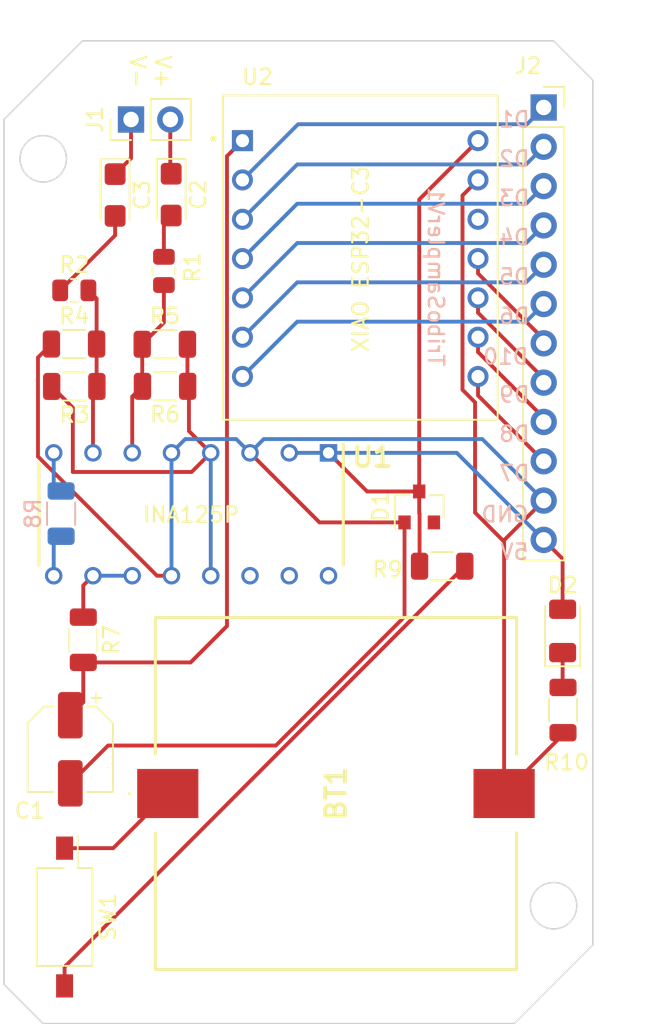
<source format=kicad_pcb>
(kicad_pcb (version 20211014) (generator pcbnew)
  (layers (0 "F.Cu" signal) (31 "B.Cu" signal) (34 "B.Paste" user) (35 "F.Paste" user) (36 "B.SilkS" user "B.Silkscreen") (37 "F.SilkS" user "F.Silkscreen") (38 "B.Mask" user) (39 "F.Mask" user) (44 "Edge.Cuts" user))
  (net 0 "")
  (net 1 "Vout")
  (net 2 "GND")
  (net 3 "D1")
  (net 4 "D2")
  (net 5 "D3")
  (net 6 "D4")
  (net 7 "D5")
  (net 8 "D6")
  (net 9 "D7")
  (net 10 "D8")
  (net 11 "D9")
  (net 12 "D10")
  (net 13 "Net-(R1-Pad2)")
  (net 14 "Net-(R2-Pad2)")
  (net 15 "Net-(R3-Pad2)")
  (net 16 "+5V")
  (net 21 "Net-(R7-Pad1)")
  (net 22 "Net-(J1-Pad1)")
  (net 23 "Net-(J1-Pad2)")
  (net 24 "Net-(R8-Pad1)")
  (net 25 "Net-(BT1-Pad1)")
  (net 26 "Net-(R8-Pad2)")
  (net 27 "Net-(R9-Pad1)")
  (net 28 "Net-(D2-Pad1)")
  (net 29 "Net-(R1-Pad1)")
  (net 30 "Net-(R2-Pad1)")
  (footprint "Capacitor_SMD:CP_Elec_5x5.4" (layer "F.Cu") (at 171.931105 104.19343 -90)
    (fp_text reference "C1" (at 3.965291 2.621621) (layer "F.SilkS"))
    (fp_text value "47u")
    (fp_line (start -1.695563 -2.76) (end 2.76 -2.76) (layer "F.SilkS") (width 0.12))
    (fp_line (start -3.625 -1.685) (end -3 -1.685) (layer "F.SilkS") (width 0.12))
    (fp_line (start -3.3125 -1.9975) (end -3.3125 -1.3725) (layer "F.SilkS") (width 0.12))
    (fp_line (start 2.76 2.76) (end 2.76 1.06) (layer "F.SilkS") (width 0.12))
    (fp_line (start -1.695563 2.76) (end 2.76 2.76) (layer "F.SilkS") (width 0.12))
    (fp_line (start 2.76 -2.76) (end 2.76 -1.06) (layer "F.SilkS") (width 0.12))
    (fp_line (start -2.76 -1.695563) (end -2.76 -1.06) (layer "F.SilkS") (width 0.12))
    (fp_line (start -2.76 -1.695563) (end -1.695563 -2.76) (layer "F.SilkS") (width 0.12))
    (fp_line (start -2.76 1.695563) (end -1.695563 2.76) (layer "F.SilkS") (width 0.12))
    (fp_line (start -2.76 1.695563) (end -2.76 1.06) (layer "F.SilkS") (width 0.12))
    (pad "1" smd roundrect (at -2.2 0 270) (size 3 1.6) (layers "F.Cu" "F.Paste" "F.Mask") (roundrect_rratio 0.15625) (net 1 "Vout"))
    (pad "2" smd roundrect (at 2.2 0 270) (size 3 1.6) (layers "F.Cu" "F.Paste" "F.Mask") (roundrect_rratio 0.15625) (net 2 "GND"))
  )
  (footprint "Resistor_SMD:R_1206_3216Metric" (layer "F.Cu") (at 203.809778 101.660695 90)
    (fp_text reference "R10" (at -3.37582 0.226734 180) (layer "F.SilkS"))
    (fp_text value "1.2k")
    (fp_line (start -0.727064 0.91) (end 0.727064 0.91) (layer "F.SilkS") (width 0.12))
    (fp_line (start -0.727064 -0.91) (end 0.727064 -0.91) (layer "F.SilkS") (width 0.12))
    (pad "1" smd roundrect (at -1.4625 0 90) (size 1.125 1.75) (layers "F.Cu" "F.Paste" "F.Mask") (roundrect_rratio 0.2222222222) (net 2 "GND"))
    (pad "2" smd roundrect (at 1.4625 0 90) (size 1.125 1.75) (layers "F.Cu" "F.Paste" "F.Mask") (roundrect_rratio 0.2222222222) (net 28 "Net-(D2-Pad1)"))
  )
  (footprint "Resistor_SMD:R_1206_3216Metric" (layer "F.Cu") (at 172.188836 80.749561 180)
    (fp_text reference "R3" (at -0.023508 -1.835588) (layer "F.SilkS"))
    (fp_text value "10M")
    (fp_line (start -0.727064 0.91) (end 0.727064 0.91) (layer "F.SilkS") (width 0.12))
    (fp_line (start -0.727064 -0.91) (end 0.727064 -0.91) (layer "F.SilkS") (width 0.12))
    (pad "1" smd roundrect (at -1.4625 0 180) (size 1.125 1.75) (layers "F.Cu" "F.Paste" "F.Mask") (roundrect_rratio 0.2222222222) (net 14 "Net-(R2-Pad2)"))
    (pad "2" smd roundrect (at 1.4625 0 180) (size 1.125 1.75) (layers "F.Cu" "F.Paste" "F.Mask") (roundrect_rratio 0.2222222222) (net 15 "Net-(R3-Pad2)"))
  )
  (footprint "Resistor_SMD:R_1206_3216Metric" (layer "F.Cu") (at 172.771695 97.118124 -90)
    (fp_text reference "R7" (at 0 -1.82 90) (layer "F.SilkS"))
    (fp_text value "1.2k")
    (fp_line (start -0.727064 0.91) (end 0.727064 0.91) (layer "F.SilkS") (width 0.12))
    (fp_line (start -0.727064 -0.91) (end 0.727064 -0.91) (layer "F.SilkS") (width 0.12))
    (pad "1" smd roundrect (at -1.4625 0 270) (size 1.125 1.75) (layers "F.Cu" "F.Paste" "F.Mask") (roundrect_rratio 0.2222222222) (net 21 "Net-(R7-Pad1)"))
    (pad "2" smd roundrect (at 1.4625 0 270) (size 1.125 1.75) (layers "F.Cu" "F.Paste" "F.Mask") (roundrect_rratio 0.2222222222) (net 1 "Vout"))
  )
  (footprint "Capacitor_Tantalum_SMD:CP_EIA-3216-10_Kemet-I" (layer "F.Cu") (at 174.830825 68.381045 -90)
    (fp_text reference "C3" (at 0 -1.75 90) (layer "F.SilkS"))
    (fp_text value "47p")
    (fp_line (start -2.31 0.935) (end 1.6 0.935) (layer "F.SilkS") (width 0.12))
    (fp_line (start -2.31 -0.935) (end -2.31 0.935) (layer "F.SilkS") (width 0.12))
    (fp_line (start 1.6 -0.935) (end -2.31 -0.935) (layer "F.SilkS") (width 0.12))
    (pad "1" smd roundrect (at -1.35 0 270) (size 1.4 1.35) (layers "F.Cu" "F.Paste" "F.Mask") (roundrect_rratio 0.1851851852) (net 22 "Net-(J1-Pad1)"))
    (pad "2" smd roundrect (at 1.35 0 270) (size 1.4 1.35) (layers "F.Cu" "F.Paste" "F.Mask") (roundrect_rratio 0.1851851852) (net 30 "Net-(R2-Pad1)"))
  )
  (footprint "Resistor_SMD:R_1206_3216Metric" (layer "F.Cu") (at 178.047985 78.022019)
    (fp_text reference "R5" (at 0 -1.82) (layer "F.SilkS"))
    (fp_text value "10M")
    (fp_line (start -0.727064 -0.91) (end 0.727064 -0.91) (layer "F.SilkS") (width 0.12))
    (fp_line (start -0.727064 0.91) (end 0.727064 0.91) (layer "F.SilkS") (width 0.12))
    (pad "1" smd roundrect (at -1.4625 0) (size 1.125 1.75) (layers "F.Cu" "F.Paste" "F.Mask") (roundrect_rratio 0.2222222222) (net 13 "Net-(R1-Pad2)"))
    (pad "2" smd roundrect (at 1.4625 0) (size 1.125 1.75) (layers "F.Cu" "F.Paste" "F.Mask") (roundrect_rratio 0.2222222222) (net 15 "Net-(R3-Pad2)"))
  )
  (footprint "Resistor_SMD:R_0805_2012Metric" (layer "F.Cu") (at 177.987233 73.285111 -90)
    (fp_text reference "R1" (at -0.235503 -1.833355 90) (layer "F.SilkS"))
    (fp_text value "500M")
    (fp_line (start -0.227064 -0.735) (end 0.227064 -0.735) (layer "F.SilkS") (width 0.12))
    (fp_line (start -0.227064 0.735) (end 0.227064 0.735) (layer "F.SilkS") (width 0.12))
    (pad "1" smd roundrect (at -0.9125 0 270) (size 1.025 1.4) (layers "F.Cu" "F.Paste" "F.Mask") (roundrect_rratio 0.243902439) (net 29 "Net-(R1-Pad1)"))
    (pad "2" smd roundrect (at 0.9125 0 270) (size 1.025 1.4) (layers "F.Cu" "F.Paste" "F.Mask") (roundrect_rratio 0.243902439) (net 13 "Net-(R1-Pad2)"))
  )
  (footprint "LED_SMD:LED_1206_3216Metric" (layer "F.Cu") (at 203.784586 96.54658 90)
    (fp_text reference "D2" (at 2.961795 0.001154 180) (layer "F.SilkS"))
    (fp_text value "LED")
    (fp_line (start -2.285 -1.135) (end -2.285 1.135) (layer "F.SilkS") (width 0.12))
    (fp_line (start -2.285 1.135) (end 1.6 1.135) (layer "F.SilkS") (width 0.12))
    (fp_line (start 1.6 -1.135) (end -2.285 -1.135) (layer "F.SilkS") (width 0.12))
    (pad "1" smd roundrect (at -1.4 0 90) (size 1.25 1.75) (layers "F.Cu" "F.Paste" "F.Mask") (roundrect_rratio 0.2) (net 28 "Net-(D2-Pad1)"))
    (pad "2" smd roundrect (at 1.4 0 90) (size 1.25 1.75) (layers "F.Cu" "F.Paste" "F.Mask") (roundrect_rratio 0.2) (net 16 "+5V"))
  )
  (footprint "Resistor_SMD:R_1206_3216Metric" (layer "F.Cu") (at 195.991836 92.364583 180)
    (fp_text reference "R9" (at 3.553287 -0.203269) (layer "F.SilkS"))
    (fp_text value "100")
    (fp_line (start -0.727064 -0.91) (end 0.727064 -0.91) (layer "F.SilkS") (width 0.12))
    (fp_line (start -0.727064 0.91) (end 0.727064 0.91) (layer "F.SilkS") (width 0.12))
    (pad "1" smd roundrect (at -1.4625 0 180) (size 1.125 1.75) (layers "F.Cu" "F.Paste" "F.Mask") (roundrect_rratio 0.2222222222) (net 27 "Net-(R9-Pad1)"))
    (pad "2" smd roundrect (at 1.4625 0 180) (size 1.125 1.75) (layers "F.Cu" "F.Paste" "F.Mask") (roundrect_rratio 0.2222222222) (net 16 "+5V"))
  )
  (footprint "INA125P:DIP794W53P254L1930H508Q16N" (layer "F.Cu") (at 179.748522 89.009609 -90)
    (fp_text reference "U1" (at -3.690541 -11.718196 180) (layer "F.SilkS") (effects (font (size 1.27 1.27) (thickness 0.254))))
    (fp_text value "INA125P" hide)
    (fp_line (start -3.3 9.845) (end 3.3 9.845) (layer "F.SilkS") (width 0.2))
    (fp_line (start -4.535 -9.845) (end 3.3 -9.845) (layer "F.SilkS") (width 0.2))
    (pad "1" thru_hole rect locked (at -3.97 -8.89 270) (size 1.13 1.13) (drill 0.73) (layers *.Cu *.Mask) (net 16 "+5V"))
    (pad "2" thru_hole circle locked (at -3.97 -6.35 270) (size 1.13 1.13) (drill 0.73) (layers *.Cu *.Mask) (net 16 "+5V"))
    (pad "3" thru_hole circle locked (at -3.97 -3.81 270) (size 1.13 1.13) (drill 0.73) (layers *.Cu *.Mask) (net 2 "GND"))
    (pad "4" thru_hole circle locked (at -3.97 -1.27 270) (size 1.13 1.13) (drill 0.73) (layers *.Cu *.Mask) (net 15 "Net-(R3-Pad2)"))
    (pad "5" thru_hole circle locked (at -3.97 1.27 270) (size 1.13 1.13) (drill 0.73) (layers *.Cu *.Mask) (net 2 "GND"))
    (pad "6" thru_hole circle locked (at -3.97 3.81 270) (size 1.13 1.13) (drill 0.73) (layers *.Cu *.Mask) (net 13 "Net-(R1-Pad2)"))
    (pad "7" thru_hole circle locked (at -3.97 6.35 270) (size 1.13 1.13) (drill 0.73) (layers *.Cu *.Mask) (net 14 "Net-(R2-Pad2)"))
    (pad "8" thru_hole circle locked (at -3.97 8.89 270) (size 1.13 1.13) (drill 0.73) (layers *.Cu *.Mask) (net 24 "Net-(R8-Pad1)"))
    (pad "9" thru_hole circle locked (at 3.97 8.89 270) (size 1.13 1.13) (drill 0.73) (layers *.Cu *.Mask) (net 26 "Net-(R8-Pad2)"))
    (pad "10" thru_hole circle locked (at 3.97 6.35 270) (size 1.13 1.13) (drill 0.73) (layers *.Cu *.Mask) (net 21 "Net-(R7-Pad1)"))
    (pad "11" thru_hole circle locked (at 3.97 3.81 270) (size 1.13 1.13) (drill 0.73) (layers *.Cu *.Mask) (net 21 "Net-(R7-Pad1)"))
    (pad "12" thru_hole circle locked (at 3.97 1.27 270) (size 1.13 1.13) (drill 0.73) (layers *.Cu *.Mask) (net 2 "GND"))
    (pad "13" thru_hole circle locked (at 3.97 -1.27 270) (size 1.13 1.13) (drill 0.73) (layers *.Cu *.Mask) (net 15 "Net-(R3-Pad2)"))
    (pad "14" thru_hole circle locked (at 3.97 -3.81 270) (size 1.13 1.13) (drill 0.73) (layers *.Cu *.Mask))
    (pad "15" thru_hole circle locked (at 3.97 -6.35 270) (size 1.13 1.13) (drill 0.73) (layers *.Cu *.Mask))
    (pad "16" thru_hole circle locked (at 3.97 -8.89 270) (size 1.13 1.13) (drill 0.73) (layers *.Cu *.Mask))
  )
  (footprint "Diode_SMD:D_SOT-23_ANK" (layer "F.Cu") (at 194.505718 88.534959 90)
    (fp_text reference "D1" (at 0 -2.5 90) (layer "F.SilkS"))
    (fp_text value "D5v1")
    (fp_line (start 0.76 -1.58) (end -1.4 -1.58) (layer "F.SilkS") (width 0.12))
    (fp_line (start 0.76 1.58) (end -0.7 1.58) (layer "F.SilkS") (width 0.12))
    (fp_line (start 0.76 1.58) (end 0.76 0.65) (layer "F.SilkS") (width 0.12))
    (fp_line (start 0.76 -1.58) (end 0.76 -0.65) (layer "F.SilkS") (width 0.12))
    (pad "" smd rect (at -1 0.95 90) (size 0.9 0.8) (layers "F.Cu" "F.Paste" "F.Mask"))
    (pad "1" smd rect (at 1 0 90) (size 0.9 0.8) (layers "F.Cu" "F.Paste" "F.Mask") (net 16 "+5V"))
    (pad "2" smd rect (at -1 -0.95 90) (size 0.9 0.8) (layers "F.Cu" "F.Paste" "F.Mask") (net 2 "GND"))
  )
  (footprint "Capacitor_Tantalum_SMD:CP_EIA-3216-10_Kemet-I" (layer "F.Cu") (at 178.457974 68.355836 -90)
    (fp_text reference "C2" (at 0 -1.75 90) (layer "F.SilkS"))
    (fp_text value "47p")
    (fp_line (start 1.6 -0.935) (end -2.31 -0.935) (layer "F.SilkS") (width 0.12))
    (fp_line (start -2.31 -0.935) (end -2.31 0.935) (layer "F.SilkS") (width 0.12))
    (fp_line (start -2.31 0.935) (end 1.6 0.935) (layer "F.SilkS") (width 0.12))
    (pad "1" smd roundrect (at -1.35 0 270) (size 1.4 1.35) (layers "F.Cu" "F.Paste" "F.Mask") (roundrect_rratio 0.1851851852) (net 23 "Net-(J1-Pad2)"))
    (pad "2" smd roundrect (at 1.35 0 270) (size 1.4 1.35) (layers "F.Cu" "F.Paste" "F.Mask") (roundrect_rratio 0.1851851852) (net 29 "Net-(R1-Pad1)"))
  )
  (footprint "Resistor_SMD:R_0805_2012Metric" (layer "F.Cu") (at 172.189901 74.541554)
    (fp_text reference "R2" (at 0 -1.65) (layer "F.SilkS"))
    (fp_text value "500M")
    (fp_line (start -0.227064 0.735) (end 0.227064 0.735) (layer "F.SilkS") (width 0.12))
    (fp_line (start -0.227064 -0.735) (end 0.227064 -0.735) (layer "F.SilkS") (width 0.12))
    (pad "1" smd roundrect (at -0.9125 0) (size 1.025 1.4) (layers "F.Cu" "F.Paste" "F.Mask") (roundrect_rratio 0.243902439) (net 30 "Net-(R2-Pad1)"))
    (pad "2" smd roundrect (at 0.9125 0) (size 1.025 1.4) (layers "F.Cu" "F.Paste" "F.Mask") (roundrect_rratio 0.243902439) (net 14 "Net-(R2-Pad2)"))
  )
  (footprint "Connector_PinSocket_2.54mm:PinSocket_1x12_P2.54mm_Vertical" (layer "F.Cu") (at 202.560755 62.723445)
    (fp_text reference "J2" (at -1.00744 -2.694754) (layer "F.SilkS"))
    (fp_text value "Conn_01x12_Female")
    (fp_line (start 0 -1.33) (end 1.33 -1.33) (layer "F.SilkS") (width 0.12))
    (fp_line (start 1.33 1.27) (end 1.33 29.27) (layer "F.SilkS") (width 0.12))
    (fp_line (start -1.33 1.27) (end -1.33 29.27) (layer "F.SilkS") (width 0.12))
    (fp_line (start -1.33 29.27) (end 1.33 29.27) (layer "F.SilkS") (width 0.12))
    (fp_line (start -1.33 1.27) (end 1.33 1.27) (layer "F.SilkS") (width 0.12))
    (fp_line (start 1.33 -1.33) (end 1.33 0) (layer "F.SilkS") (width 0.12))
    (pad "1" thru_hole rect (at 0 0) (size 1.7 1.7) (drill 1) (layers *.Cu *.Mask) (net 3 "D1"))
    (pad "2" thru_hole oval (at 0 2.54) (size 1.7 1.7) (drill 1) (layers *.Cu *.Mask) (net 4 "D2"))
    (pad "3" thru_hole oval (at 0 5.08) (size 1.7 1.7) (drill 1) (layers *.Cu *.Mask) (net 5 "D3"))
    (pad "4" thru_hole oval (at 0 7.62) (size 1.7 1.7) (drill 1) (layers *.Cu *.Mask) (net 6 "D4"))
    (pad "5" thru_hole oval (at 0 10.16) (size 1.7 1.7) (drill 1) (layers *.Cu *.Mask) (net 7 "D5"))
    (pad "6" thru_hole oval (at 0 12.7) (size 1.7 1.7) (drill 1) (layers *.Cu *.Mask) (net 8 "D6"))
    (pad "7" thru_hole oval (at 0 15.24) (size 1.7 1.7) (drill 1) (layers *.Cu *.Mask) (net 12 "D10"))
    (pad "8" thru_hole oval (at 0 17.78) (size 1.7 1.7) (drill 1) (layers *.Cu *.Mask) (net 11 "D9"))
    (pad "9" thru_hole oval (at 0 20.32) (size 1.7 1.7) (drill 1) (layers *.Cu *.Mask) (net 10 "D8"))
    (pad "10" thru_hole oval (at 0 22.86) (size 1.7 1.7) (drill 1) (layers *.Cu *.Mask) (net 9 "D7"))
    (pad "11" thru_hole oval (at 0 25.4) (size 1.7 1.7) (drill 1) (layers *.Cu *.Mask) (net 2 "GND"))
    (pad "12" thru_hole oval (at 0 27.94) (size 1.7 1.7) (drill 1) (layers *.Cu *.Mask) (net 16 "+5V"))
  )
  (footprint "Resistor_SMD:R_1206_3216Metric" (layer "F.Cu") (at 172.170737 78.010188 180)
    (fp_text reference "R4" (at -0.008492 1.816217) (layer "F.SilkS"))
    (fp_text value "10M")
    (fp_line (start -0.727064 0.91) (end 0.727064 0.91) (layer "F.SilkS") (width 0.12))
    (fp_line (start -0.727064 -0.91) (end 0.727064 -0.91) (layer "F.SilkS") (width 0.12))
    (pad "1" smd roundrect (at -1.4625 0 180) (size 1.125 1.75) (layers "F.Cu" "F.Paste" "F.Mask") (roundrect_rratio 0.2222222222) (net 14 "Net-(R2-Pad2)"))
    (pad "2" smd roundrect (at 1.4625 0 180) (size 1.125 1.75) (layers "F.Cu" "F.Paste" "F.Mask") (roundrect_rratio 0.2222222222) (net 2 "GND"))
  )
  (footprint "Resistor_SMD:R_1206_3216Metric" (layer "F.Cu") (at 178.061792 80.74206)
    (fp_text reference "R6" (at 0 1.820351) (layer "F.SilkS"))
    (fp_text value "10M")
    (fp_line (start -0.727064 0.91) (end 0.727064 0.91) (layer "F.SilkS") (width 0.12))
    (fp_line (start -0.727064 -0.91) (end 0.727064 -0.91) (layer "F.SilkS") (width 0.12))
    (pad "1" smd roundrect (at -1.4625 0) (size 1.125 1.75) (layers "F.Cu" "F.Paste" "F.Mask") (roundrect_rratio 0.2222222222) (net 13 "Net-(R1-Pad2)"))
    (pad "2" smd roundrect (at 1.4625 0) (size 1.125 1.75) (layers "F.Cu" "F.Paste" "F.Mask") (roundrect_rratio 0.2222222222) (net 15 "Net-(R3-Pad2)"))
  )
  (footprint "Connector_PinHeader_2.54mm:PinHeader_1x02_P2.54mm_Vertical" (layer "F.Cu") (at 175.860755 63.5 90)
    (fp_text reference "J1" (at 0 -2.33 90) (layer "F.SilkS"))
    (fp_text value "Conn_01x02_Female")
    (fp_line (start -1.33 3.87) (end 1.33 3.87) (layer "F.SilkS") (width 0.12))
    (fp_line (start -1.33 1.27) (end 1.33 1.27) (layer "F.SilkS") (width 0.12))
    (fp_line (start -1.33 1.27) (end -1.33 3.87) (layer "F.SilkS") (width 0.12))
    (fp_line (start -1.33 -1.33) (end 0 -1.33) (layer "F.SilkS") (width 0.12))
    (fp_line (start 1.33 1.27) (end 1.33 3.87) (layer "F.SilkS") (width 0.12))
    (fp_line (start -1.33 0) (end -1.33 -1.33) (layer "F.SilkS") (width 0.12))
    (pad "1" thru_hole rect (at 0 0 90) (size 1.7 1.7) (drill 1) (layers *.Cu *.Mask) (net 22 "Net-(J1-Pad1)"))
    (pad "2" thru_hole oval (at 0 2.54 90) (size 1.7 1.7) (drill 1) (layers *.Cu *.Mask) (net 23 "Net-(J1-Pad2)"))
  )
  (footprint "ESP32-C3:MODULE_113991054" (layer "F.Cu") (at 190.691062 72.42283)
    (fp_text reference "U2" (at -6.652756 -11.672661) (layer "F.SilkS"))
    (fp_text value "113991054")
    (fp_line (start 8.89 10.4775) (end -8.89 10.4775) (layer "F.SilkS") (width 0.127))
    (fp_line (start -8.89 -10.4775) (end 8.89 -10.4775) (layer "F.SilkS") (width 0.127))
    (fp_line (start 8.89 -10.4775) (end 8.89 10.4775) (layer "F.SilkS") (width 0.127))
    (fp_line (start -8.89 10.4775) (end -8.89 -10.4775) (layer "F.SilkS") (width 0.127))
    (fp_circle (center -9.5 -7.6835) (end -9.4 -7.6835) (layer "F.SilkS") (width 0.2) (fill none))
    (pad "1" thru_hole rect locked (at -7.62 -7.5565) (size 1.358 1.358) (drill 0.85) (layers *.Cu *.Mask) (net 1 "Vout"))
    (pad "2" thru_hole circle locked (at -7.62 -5.0165) (size 1.358 1.358) (drill 0.85) (layers *.Cu *.Mask) (net 3 "D1"))
    (pad "3" thru_hole circle locked (at -7.62 -2.4765) (size 1.358 1.358) (drill 0.85) (layers *.Cu *.Mask) (net 4 "D2"))
    (pad "4" thru_hole circle locked (at -7.62 0.0635) (size 1.358 1.358) (drill 0.85) (layers *.Cu *.Mask) (net 5 "D3"))
    (pad "5" thru_hole circle locked (at -7.62 2.6035) (size 1.358 1.358) (drill 0.85) (layers *.Cu *.Mask) (net 6 "D4"))
    (pad "6" thru_hole circle locked (at -7.62 5.1435) (size 1.358 1.358) (drill 0.85) (layers *.Cu *.Mask) (net 7 "D5"))
    (pad "7" thru_hole circle locked (at -7.62 7.6835) (size 1.358 1.358) (drill 0.85) (layers *.Cu *.Mask) (net 8 "D6"))
    (pad "8" thru_hole circle locked (at 7.62 7.6835) (size 1.358 1.358) (drill 0.85) (layers *.Cu *.Mask) (net 9 "D7"))
    (pad "9" thru_hole circle locked (at 7.62 5.1435) (size 1.358 1.358) (drill 0.85) (layers *.Cu *.Mask) (net 10 "D8"))
    (pad "10" thru_hole circle locked (at 7.62 2.6035) (size 1.358 1.358) (drill 0.85) (layers *.Cu *.Mask) (net 11 "D9"))
    (pad "11" thru_hole circle locked (at 7.62 0.0635) (size 1.358 1.358) (drill 0.85) (layers *.Cu *.Mask) (net 12 "D10"))
    (pad "12" thru_hole circle locked (at 7.62 -2.4765) (size 1.358 1.358) (drill 0.85) (layers *.Cu *.Mask))
    (pad "13" thru_hole circle locked (at 7.62 -5.0165) (size 1.358 1.358) (drill 0.85) (layers *.Cu *.Mask) (net 2 "GND"))
    (pad "14" thru_hole circle locked (at 7.62 -7.5565) (size 1.358 1.358) (drill 0.85) (layers *.Cu *.Mask) (net 16 "+5V"))
  )
  (footprint "Button_Switch_SMD:SW_DIP_SPSTx01_Slide_Omron_A6S-110x_W8.9mm_P2.54mm" (layer "F.Cu") (at 171.561331 115.031511 -90)
    (fp_text reference "SW1" (at 0 -2.8 90) (layer "F.SilkS"))
    (fp_text value "SW_DPST_x2")
    (fp_line (start -3.16 -1.8) (end -3.16 -0.851) (layer "F.SilkS") (width 0.12))
    (fp_line (start 3.16 -1.8) (end 3.16 -0.061) (layer "F.SilkS") (width 0.12))
    (fp_line (start -3.16 -1.8) (end 3.16 -1.8) (layer "F.SilkS") (width 0.12))
    (fp_line (start -3.16 1.8) (end 3.16 1.8) (layer "F.SilkS") (width 0.12))
    (fp_line (start -3.16 0.061) (end -3.16 1.8) (layer "F.SilkS") (width 0.12))
    (fp_line (start -5.2 -0.851) (end -3.16 -0.851) (layer "F.SilkS") (width 0.12))
    (fp_line (start 3.16 0.061) (end 3.16 1.8) (layer "F.SilkS") (width 0.12))
    (pad "1" smd rect (at -4.45 0 270) (size 1.5 1.1) (layers "F.Cu" "F.Paste" "F.Mask") (net 25 "Net-(BT1-Pad1)"))
    (pad "2" smd rect (at 4.45 0 270) (size 1.5 1.1) (layers "F.Cu" "F.Paste" "F.Mask") (net 27 "Net-(R9-Pad1)"))
  )
  (footprint "BatteryHolder-2-2032:1062" (layer "F.Cu") (at 189.11842 107.051931 -90)
    (fp_text reference "BT1" (at 0 0 90) (layer "F.SilkS") (effects (font (size 1.27 1.27) (thickness 0.254))))
    (fp_text value "1062" hide)
    (fp_line (start 11.37 -11.685) (end 2.54 -11.685) (layer "F.SilkS") (width 0.2))
    (fp_line (start 11.37 11.685) (end 11.37 -11.685) (layer "F.SilkS") (width 0.2))
    (fp_line (start -11.37 -11.685) (end -11.37 11.685) (layer "F.SilkS") (width 0.2))
    (fp_line (start 0 13.3) (end 0 13.3) (layer "F.SilkS") (width 0.1))
    (fp_line (start 2.54 11.685) (end 11.37 11.685) (layer "F.SilkS") (width 0.2))
    (fp_line (start 0 13.4) (end 0 13.4) (layer "F.SilkS") (width 0.1))
    (fp_line (start -2.54 -11.685) (end -11.37 -11.685) (layer "F.SilkS") (width 0.2))
    (fp_line (start -11.37 11.685) (end -2.54 11.685) (layer "F.SilkS") (width 0.2))
    (fp_arc (start 0 13.3) (mid 0.05 13.35) (end 0 13.4) (layer "F.SilkS") (width 0.1))
    (fp_arc (start 0 13.4) (mid -0.05 13.35) (end 0 13.3) (layer "F.SilkS") (width 0.1))
    (pad "1" smd rect locked (at 0 10.88 270) (size 3.17 3.96) (layers "F.Cu" "F.Paste" "F.Mask") (net 25 "Net-(BT1-Pad1)"))
    (pad "2" smd rect locked (at 0 -10.88 270) (size 3.17 3.96) (layers "F.Cu" "F.Paste" "F.Mask") (net 2 "GND"))
  )
  (footprint "Resistor_SMD:R_1206_3216Metric" (layer "B.Cu") (at 171.337108 88.967003 -90)
    (fp_text reference "R8" (at 0 1.82 90) (layer "B.SilkS") (effects (justify mirror)))
    (fp_text value "1M")
    (fp_line (start -0.727064 -0.91) (end 0.727064 -0.91) (layer "B.SilkS") (width 0.12))
    (fp_line (start -0.727064 0.91) (end 0.727064 0.91) (layer "B.SilkS") (width 0.12))
    (pad "1" smd roundrect (at -1.4625 0 270) (size 1.125 1.75) (layers "B.Cu" "B.Paste" "B.Mask") (roundrect_rratio 0.2222222222) (net 24 "Net-(R8-Pad1)"))
    (pad "2" smd roundrect (at 1.4625 0 270) (size 1.125 1.75) (layers "B.Cu" "B.Paste" "B.Mask") (roundrect_rratio 0.2222222222) (net 26 "Net-(R8-Pad2)"))
  )
  (gr_circle (center 170.18 66.04) (end 168.681434 66.11136) (layer "Edge.Cuts") (width 0.1) (fill none))
  (gr_line (start 203.2 58.42) (end 205.74 60.96) (layer "Edge.Cuts") (width 0.1))
  (gr_line (start 200.66 121.92) (end 170.18 121.92) (layer "Edge.Cuts") (width 0.1))
  (gr_line (start 205.74 116.84) (end 200.66 121.92) (layer "Edge.Cuts") (width 0.1))
  (gr_line (start 172.72 58.42) (end 203.2 58.42) (layer "Edge.Cuts") (width 0.1))
  (gr_line (start 205.74 60.96) (end 205.74 116.84) (layer "Edge.Cuts") (width 0.1))
  (gr_line (start 170.18 121.92) (end 167.64 119.38) (layer "Edge.Cuts") (width 0.1))
  (gr_circle (center 203.2 114.3) (end 204.7 114.3) (layer "Edge.Cuts") (width 0.1) (fill none))
  (gr_line (start 167.64 119.38) (end 167.64 63.5) (layer "Edge.Cuts") (width 0.1))
  (gr_line (start 167.64 63.5) (end 172.72 58.42) (layer "Edge.Cuts") (width 0.1))
  (gr_text "D6" (at 200.66 76.2) (layer "B.SilkS") (effects (font (size 1 1)) (justify mirror)))
  (gr_text "D7" (at 200.66 86.36) (layer "B.SilkS") (effects (font (size 1 1)) (justify mirror)))
  (gr_text "D2" (at 200.66 66.04) (layer "B.SilkS") (effects (font (size 1 1)) (justify mirror)))
  (gr_text "D1" (at 200.66 63.5) (layer "B.SilkS") (effects (font (size 1 1)) (justify mirror)))
  (gr_text "D8" (at 200.66 83.82) (layer "B.SilkS") (effects (font (size 1 1)) (justify mirror)))
  (gr_text "5V" (at 200.66 91.44) (layer "B.SilkS") (effects (font (size 1 1)) (justify mirror)))
  (gr_text "D10" (at 200.101579 78.822913) (layer "B.SilkS") (effects (font (size 1 1)) (justify mirror)))
  (gr_text "TriboSamplerV1" (at 195.58 73.66 270) (layer "B.SilkS") (effects (font (size 1 1)) (justify mirror)))
  (gr_text "D9" (at 200.66 81.28) (layer "B.SilkS") (effects (font (size 1 1)) (justify mirror)))
  (gr_text "D3" (at 200.66 68.58) (layer "B.SilkS") (effects (font (size 1 1)) (justify mirror)))
  (gr_text "D5" (at 200.66 73.66) (layer "B.SilkS") (effects (font (size 1 1)) (justify mirror)))
  (gr_text "GND" (at 200.05589 89.011671) (layer "B.SilkS") (effects (font (size 1 1)) (justify mirror)))
  (gr_text "D4" (at 200.66 71.12) (layer "B.SilkS") (effects (font (size 1 1)) (justify mirror)))
  (gr_text "XIAO ESP32-C3" (at 190.715045 72.507248 90) (layer "F.SilkS") (effects (font (size 1 1))))
  (gr_text "INA125P" (at 179.751091 89.035008) (layer "F.SilkS") (effects (font (size 1 1))))
  (gr_text "V+\nV-" (at 177.090213 60.416771 270) (layer "F.SilkS") (effects (font (size 1 1))))
  (segment (start 182.067551 65.869841) (end 183.071062 64.86633) (width 0.25) (layer "F.Cu") (net 1))
  (segment (start 172.771695 98.580624) (end 179.71695 98.580624) (width 0.25) (layer "F.Cu") (net 1))
  (segment (start 171.931105 101.99343) (end 172.771695 101.15284) (width 0.25) (layer "F.Cu") (net 1))
  (segment (start 179.71695 98.580624) (end 182.067551 96.230023) (width 0.25) (layer "F.Cu") (net 1))
  (segment (start 182.067551 96.230023) (end 182.067551 65.869841) (width 0.25) (layer "F.Cu") (net 1))
  (segment (start 172.771695 101.15284) (end 172.771695 98.580624) (width 0.25) (layer "F.Cu") (net 1))
  (segment (start 193.555718 89.534959) (end 188.053872 89.534959) (width 0.25) (layer "F.Cu") (net 2))
  (segment (start 188.053872 89.534959) (end 183.558522 85.039609) (width 0.25) (layer "F.Cu") (net 2))
  (segment (start 203.809778 103.123195) (end 203.809778 103.240573) (width 0.25) (layer "F.Cu") (net 2))
  (segment (start 197.307551 80.965959) (end 198.12 81.778408) (width 0.25) (layer "F.Cu") (net 2))
  (segment (start 199.99842 107.051931) (end 199.99842 90.68578) (width 0.25) (layer "F.Cu") (net 2))
  (segment (start 193.555718 95.627483) (end 185.231601 103.9516) (width 0.25) (layer "F.Cu") (net 2))
  (segment (start 170.708237 78.010188) (end 169.839316 78.879109) (width 0.25) (layer "F.Cu") (net 2))
  (segment (start 198.12 81.778408) (end 198.12 88.9) (width 0.25) (layer "F.Cu") (net 2))
  (segment (start 198.12 88.9) (end 199.90578 90.68578) (width 0.25) (layer "F.Cu") (net 2))
  (segment (start 174.372935 103.9516) (end 171.931105 106.39343) (width 0.25) (layer "F.Cu") (net 2))
  (segment (start 185.231601 103.9516) (end 174.372935 103.9516) (width 0.25) (layer "F.Cu") (net 2))
  (segment (start 199.99842 90.68578) (end 202.560755 88.123445) (width 0.25) (layer "F.Cu") (net 2))
  (segment (start 199.90578 90.68578) (end 199.99842 90.68578) (width 0.25) (layer "F.Cu") (net 2))
  (segment (start 203.809778 103.240573) (end 199.99842 107.051931) (width 0.25) (layer "F.Cu") (net 2))
  (segment (start 198.311062 67.40633) (end 197.307551 68.409841) (width 0.25) (layer "F.Cu") (net 2))
  (segment (start 169.839316 85.278363) (end 177.540562 92.979609) (width 0.25) (layer "F.Cu") (net 2))
  (segment (start 177.540562 92.979609) (end 178.478522 92.979609) (width 0.25) (layer "F.Cu") (net 2))
  (segment (start 169.839316 78.879109) (end 169.839316 85.278363) (width 0.25) (layer "F.Cu") (net 2))
  (segment (start 197.307551 68.409841) (end 197.307551 80.965959) (width 0.25) (layer "F.Cu") (net 2))
  (segment (start 193.555718 89.534959) (end 193.555718 95.627483) (width 0.25) (layer "F.Cu") (net 2))
  (segment (start 178.478522 85.039609) (end 178.478522 92.979609) (width 0.25) (layer "B.Cu") (net 2))
  (segment (start 182.669011 84.150098) (end 179.368033 84.150098) (width 0.25) (layer "B.Cu") (net 2))
  (segment (start 183.558522 85.039609) (end 182.669011 84.150098) (width 0.25) (layer "B.Cu") (net 2))
  (segment (start 184.448033 84.150098) (end 198.587408 84.150098) (width 0.25) (layer "B.Cu") (net 2))
  (segment (start 198.587408 84.150098) (end 202.560755 88.123445) (width 0.25) (layer "B.Cu") (net 2))
  (segment (start 179.368033 84.150098) (end 178.478522 85.039609) (width 0.25) (layer "B.Cu") (net 2))
  (segment (start 183.558522 85.039609) (end 184.448033 84.150098) (width 0.25) (layer "B.Cu") (net 2))
  (segment (start 201.478263 63.805937) (end 202.560755 62.723445) (width 0.25) (layer "B.Cu") (net 3))
  (segment (start 186.671455 63.805937) (end 201.478263 63.805937) (width 0.25) (layer "B.Cu") (net 3))
  (segment (start 183.071062 67.40633) (end 186.671455 63.805937) (width 0.25) (layer "B.Cu") (net 3))
  (segment (start 186.614573 66.402819) (end 201.421381 66.402819) (width 0.25) (layer "B.Cu") (net 4))
  (segment (start 183.071062 69.94633) (end 186.614573 66.402819) (width 0.25) (layer "B.Cu") (net 4))
  (segment (start 201.421381 66.402819) (end 202.560755 65.263445) (width 0.25) (layer "B.Cu") (net 4))
  (segment (start 201.421381 68.942819) (end 202.560755 67.803445) (width 0.25) (layer "B.Cu") (net 5))
  (segment (start 183.071062 72.48633) (end 186.614573 68.942819) (width 0.25) (layer "B.Cu") (net 5))
  (segment (start 186.614573 68.942819) (end 201.421381 68.942819) (width 0.25) (layer "B.Cu") (net 5))
  (segment (start 183.071062 75.02633) (end 186.614573 71.482819) (width 0.25) (layer "B.Cu") (net 6))
  (segment (start 186.614573 71.482819) (end 201.421381 71.482819) (width 0.25) (layer "B.Cu") (net 6))
  (segment (start 201.421381 71.482819) (end 202.560755 70.343445) (width 0.25) (layer "B.Cu") (net 6))
  (segment (start 201.421381 74.022819) (end 202.560755 72.883445) (width 0.25) (layer "B.Cu") (net 7))
  (segment (start 183.071062 77.56633) (end 186.614573 74.022819) (width 0.25) (layer "B.Cu") (net 7))
  (segment (start 186.614573 74.022819) (end 201.421381 74.022819) (width 0.25) (layer "B.Cu") (net 7))
  (segment (start 186.614573 76.562819) (end 201.421381 76.562819) (width 0.25) (layer "B.Cu") (net 8))
  (segment (start 201.421381 76.562819) (end 202.560755 75.423445) (width 0.25) (layer "B.Cu") (net 8))
  (segment (start 183.071062 80.10633) (end 186.614573 76.562819) (width 0.25) (layer "B.Cu") (net 8))
  (segment (start 198.311062 81.333752) (end 202.560755 85.583445) (width 0.25) (layer "F.Cu") (net 9))
  (segment (start 198.311062 80.10633) (end 198.311062 81.333752) (width 0.25) (layer "F.Cu") (net 9))
  (segment (start 198.311062 78.526581) (end 202.560755 82.776274) (width 0.25) (layer "F.Cu") (net 10))
  (segment (start 198.311062 77.56633) (end 198.311062 78.526581) (width 0.25) (layer "F.Cu") (net 10))
  (segment (start 198.311062 75.02633) (end 198.311062 75.986581) (width 0.25) (layer "F.Cu") (net 11))
  (segment (start 198.311062 75.986581) (end 202.560755 80.236274) (width 0.25) (layer "F.Cu") (net 11))
  (segment (start 198.311062 72.48633) (end 198.311062 73.446581) (width 0.25) (layer "F.Cu") (net 12))
  (segment (start 198.311062 73.446581) (end 202.560755 77.696274) (width 0.25) (layer "F.Cu") (net 12))
  (segment (start 176.585485 80.728253) (end 176.599292 80.74206) (width 0.25) (layer "F.Cu") (net 13))
  (segment (start 176.585485 78.022019) (end 176.585485 80.728253) (width 0.25) (layer "F.Cu") (net 13))
  (segment (start 177.987233 74.197611) (end 177.987233 76.620271) (width 0.25) (layer "F.Cu") (net 13))
  (segment (start 175.938522 81.40283) (end 175.938522 85.039609) (width 0.25) (layer "F.Cu") (net 13))
  (segment (start 176.599292 80.74206) (end 175.938522 81.40283) (width 0.25) (layer "F.Cu") (net 13))
  (segment (start 177.987233 76.620271) (end 176.585485 78.022019) (width 0.25) (layer "F.Cu") (net 13))
  (segment (start 173.633237 78.010188) (end 173.633237 80.731462) (width 0.25) (layer "F.Cu") (net 14))
  (segment (start 173.398522 81.002375) (end 173.398522 85.039609) (width 0.25) (layer "F.Cu") (net 14))
  (segment (start 173.102401 74.541554) (end 173.633237 75.07239) (width 0.25) (layer "F.Cu") (net 14))
  (segment (start 173.633237 75.07239) (end 173.633237 78.010188) (width 0.25) (layer "F.Cu") (net 14))
  (segment (start 172.094057 86.276496) (end 179.781635 86.276496) (width 0.25) (layer "F.Cu") (net 15))
  (segment (start 179.510485 78.022019) (end 179.510485 80.728253) (width 0.25) (layer "F.Cu") (net 15))
  (segment (start 179.510485 80.728253) (end 179.524292 80.74206) (width 0.25) (layer "F.Cu") (net 15))
  (segment (start 170.726336 80.749561) (end 172.094057 82.117282) (width 0.25) (layer "F.Cu") (net 15))
  (segment (start 179.524292 80.74206) (end 179.60788 80.825648) (width 0.25) (layer "F.Cu") (net 15))
  (segment (start 181.018522 85.039609) (end 179.60788 83.628967) (width 0.25) (layer "F.Cu") (net 15))
  (segment (start 179.781635 86.276496) (end 181.018522 85.039609) (width 0.25) (layer "F.Cu") (net 15))
  (segment (start 179.60788 80.825648) (end 179.60788 83.628967) (width 0.25) (layer "F.Cu") (net 15))
  (segment (start 172.094057 82.117282) (end 172.094057 86.276496) (width 0.25) (layer "F.Cu") (net 15))
  (segment (start 181.018522 85.039609) (end 181.018522 92.979609) (width 0.25) (layer "B.Cu") (net 15))
  (segment (start 194.529336 88.962319) (end 194.505718 88.938701) (width 0.25) (layer "F.Cu") (net 16))
  (segment (start 194.505718 88.938701) (end 194.505718 87.534959) (width 0.25) (layer "F.Cu") (net 16))
  (segment (start 203.784586 91.887276) (end 202.560755 90.663445) (width 0.25) (layer "F.Cu") (net 16))
  (segment (start 194.505718 87.534959) (end 191.133872 87.534959) (width 0.25) (layer "F.Cu") (net 16))
  (segment (start 203.784586 95.14658) (end 203.784586 91.887276) (width 0.25) (layer "F.Cu") (net 16))
  (segment (start 194.529336 92.364583) (end 194.529336 88.962319) (width 0.25) (layer "F.Cu") (net 16))
  (segment (start 194.505718 68.671674) (end 198.311062 64.86633) (width 0.25) (layer "F.Cu") (net 16))
  (segment (start 191.133872 87.534959) (end 188.638522 85.039609) (width 0.25) (layer "F.Cu") (net 16))
  (segment (start 194.505718 87.534959) (end 194.505718 68.671674) (width 0.25) (layer "F.Cu") (net 16))
  (segment (start 188.638522 85.039609) (end 186.098522 85.039609) (width 0.25) (layer "B.Cu") (net 16))
  (segment (start 188.638522 85.039609) (end 196.936919 85.039609) (width 0.25) (layer "B.Cu") (net 16))
  (segment (start 196.936919 85.039609) (end 202.560755 90.663445) (width 0.25) (layer "B.Cu") (net 16))
  (segment (start 172.771695 93.606436) (end 173.398522 92.979609) (width 0.25) (layer "F.Cu") (net 21))
  (segment (start 172.771695 95.655624) (end 172.771695 93.606436) (width 0.25) (layer "F.Cu") (net 21))
  (segment (start 175.938522 92.979609) (end 173.398522 92.979609) (width 0.25) (layer "B.Cu") (net 21))
  (segment (start 175.860755 66.001115) (end 175.860755 63.5) (width 0.25) (layer "F.Cu") (net 22))
  (segment (start 174.830825 67.031045) (end 175.860755 66.001115) (width 0.25) (layer "F.Cu") (net 22))
  (segment (start 178.400755 66.948617) (end 178.400755 63.5) (width 0.25) (layer "F.Cu") (net 23))
  (segment (start 178.457974 67.005836) (end 178.400755 66.948617) (width 0.25) (layer "F.Cu") (net 23))
  (segment (start 170.858522 87.025917) (end 170.858522 85.039609) (width 0.25) (layer "B.Cu") (net 24))
  (segment (start 171.337108 87.504503) (end 170.858522 87.025917) (width 0.25) (layer "B.Cu") (net 24))
  (segment (start 171.561331 110.581511) (end 174.70884 110.581511) (width 0.25) (layer "F.Cu") (net 25))
  (segment (start 174.70884 110.581511) (end 178.23842 107.051931) (width 0.25) (layer "F.Cu") (net 25))
  (segment (start 170.858522 90.908089) (end 170.858522 92.979609) (width 0.25) (layer "B.Cu") (net 26))
  (segment (start 171.337108 90.429503) (end 170.858522 90.908089) (width 0.25) (layer "B.Cu") (net 26))
  (segment (start 171.561331 119.481511) (end 171.561331 118.257588) (width 0.25) (layer "F.Cu") (net 27))
  (segment (start 171.561331 118.257588) (end 197.454336 92.364583) (width 0.25) (layer "F.Cu") (net 27))
  (segment (start 203.784586 100.173003) (end 203.809778 100.198195) (width 0.25) (layer "F.Cu") (net 28))
  (segment (start 203.784586 97.94658) (end 203.784586 100.173003) (width 0.25) (layer "F.Cu") (net 28))
  (segment (start 177.987233 70.176577) (end 177.987233 72.372611) (width 0.25) (layer "F.Cu") (net 29))
  (segment (start 178.457974 69.705836) (end 177.987233 70.176577) (width 0.25) (layer "F.Cu") (net 29))
  (segment (start 174.830825 70.98813) (end 171.277401 74.541554) (width 0.25) (layer "F.Cu") (net 30))
  (segment (start 174.830825 69.731045) (end 174.830825 70.98813) (width 0.25) (layer "F.Cu") (net 30))
)
</source>
